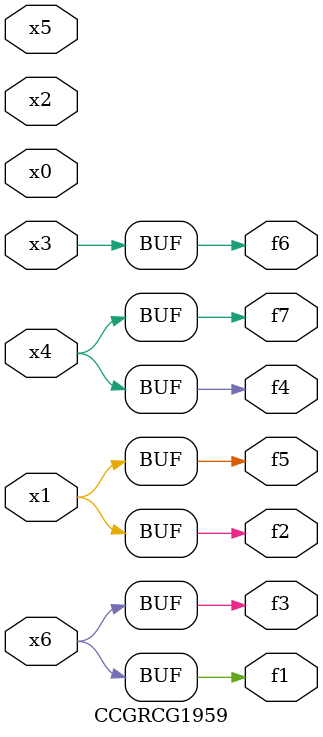
<source format=v>
module CCGRCG1959(
	input x0, x1, x2, x3, x4, x5, x6,
	output f1, f2, f3, f4, f5, f6, f7
);
	assign f1 = x6;
	assign f2 = x1;
	assign f3 = x6;
	assign f4 = x4;
	assign f5 = x1;
	assign f6 = x3;
	assign f7 = x4;
endmodule

</source>
